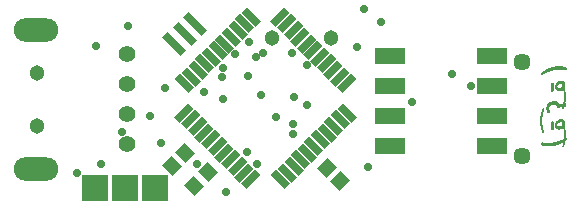
<source format=gbs>
G04 Layer_Color=16711935*
%FSLAX44Y44*%
%MOMM*%
G71*
G01*
G75*
%ADD47R,2.2032X2.2032*%
%ADD53C,1.4531*%
%ADD54C,1.0033*%
%ADD55C,1.3033*%
%ADD56O,3.7592X1.9812*%
%ADD57C,1.4034*%
%ADD58C,1.3032*%
%ADD59C,0.7032*%
G04:AMPARAMS|DCode=60|XSize=0.6032mm|YSize=2.2032mm|CornerRadius=0mm|HoleSize=0mm|Usage=FLASHONLY|Rotation=225.000|XOffset=0mm|YOffset=0mm|HoleType=Round|Shape=Rectangle|*
%AMROTATEDRECTD60*
4,1,4,-0.5657,0.9922,0.9922,-0.5657,0.5657,-0.9922,-0.9922,0.5657,-0.5657,0.9922,0.0*
%
%ADD60ROTATEDRECTD60*%

G04:AMPARAMS|DCode=61|XSize=1.1532mm|YSize=1.2032mm|CornerRadius=0mm|HoleSize=0mm|Usage=FLASHONLY|Rotation=135.000|XOffset=0mm|YOffset=0mm|HoleType=Round|Shape=Rectangle|*
%AMROTATEDRECTD61*
4,1,4,0.8331,0.0177,-0.0177,-0.8331,-0.8331,-0.0177,0.0177,0.8331,0.8331,0.0177,0.0*
%
%ADD61ROTATEDRECTD61*%

G04:AMPARAMS|DCode=62|XSize=0.7112mm|YSize=1.6764mm|CornerRadius=0mm|HoleSize=0mm|Usage=FLASHONLY|Rotation=225.000|XOffset=0mm|YOffset=0mm|HoleType=Round|Shape=Rectangle|*
%AMROTATEDRECTD62*
4,1,4,-0.3412,0.8441,0.8441,-0.3412,0.3412,-0.8441,-0.8441,0.3412,-0.3412,0.8441,0.0*
%
%ADD62ROTATEDRECTD62*%

G04:AMPARAMS|DCode=63|XSize=0.7112mm|YSize=1.6764mm|CornerRadius=0mm|HoleSize=0mm|Usage=FLASHONLY|Rotation=135.000|XOffset=0mm|YOffset=0mm|HoleType=Round|Shape=Rectangle|*
%AMROTATEDRECTD63*
4,1,4,0.8441,0.3412,-0.3412,-0.8441,-0.8441,-0.3412,0.3412,0.8441,0.8441,0.3412,0.0*
%
%ADD63ROTATEDRECTD63*%

G04:AMPARAMS|DCode=64|XSize=1.1532mm|YSize=1.2032mm|CornerRadius=0mm|HoleSize=0mm|Usage=FLASHONLY|Rotation=45.000|XOffset=0mm|YOffset=0mm|HoleType=Round|Shape=Rectangle|*
%AMROTATEDRECTD64*
4,1,4,0.0177,-0.8331,-0.8331,0.0177,-0.0177,0.8331,0.8331,-0.0177,0.0177,-0.8331,0.0*
%
%ADD64ROTATEDRECTD64*%

%ADD65R,2.6432X1.3332*%
G36*
X679245Y465494D02*
X679304Y465465D01*
X679333Y465435D01*
X679392Y465377D01*
X679450Y465289D01*
Y465201D01*
Y465172D01*
Y458524D01*
X679421Y458348D01*
X679362Y458231D01*
X679275Y458143D01*
X679245Y458114D01*
X679070Y458026D01*
X678923Y457938D01*
X678806Y457909D01*
X678747Y457879D01*
X678542Y457821D01*
X678396Y457791D01*
X678279Y457762D01*
X678220D01*
X678045Y457733D01*
X677693D01*
X677576Y457762D01*
X677517Y457791D01*
X677488D01*
X677430Y457879D01*
X677400Y457967D01*
Y458055D01*
Y458084D01*
Y464732D01*
X677430Y464879D01*
X677517Y465025D01*
X677576Y465084D01*
X677605Y465113D01*
X677752Y465201D01*
X677927Y465289D01*
X678045Y465318D01*
X678074Y465347D01*
X678279Y465406D01*
X678425Y465435D01*
X678542Y465465D01*
X678601D01*
X678777Y465494D01*
X678894Y465523D01*
X679128D01*
X679245Y465494D01*
D02*
G37*
G36*
X671455Y476886D02*
X671572Y476857D01*
X671601Y476828D01*
X671660Y476740D01*
Y476623D01*
Y476535D01*
X671631Y476505D01*
X671309Y475539D01*
X671045Y474602D01*
X670811Y473723D01*
X670694Y473313D01*
X670606Y472933D01*
X670547Y472581D01*
X670459Y472259D01*
X670401Y471966D01*
X670371Y471732D01*
X670342Y471556D01*
X670313Y471410D01*
X670284Y471322D01*
Y471292D01*
X670137Y470326D01*
X670020Y469389D01*
X669932Y468510D01*
X669903Y468100D01*
X669874Y467719D01*
X669844Y467368D01*
Y467075D01*
Y466782D01*
X669815Y466548D01*
Y466372D01*
Y466226D01*
Y466138D01*
Y466109D01*
X669844Y465142D01*
X669903Y464235D01*
X669961Y463385D01*
X670020Y463004D01*
X670049Y462624D01*
X670108Y462302D01*
X670137Y462009D01*
X670166Y461745D01*
X670225Y461511D01*
X670254Y461335D01*
Y461218D01*
X670284Y461130D01*
Y461101D01*
X670459Y460193D01*
X670664Y459344D01*
X670899Y458553D01*
X671104Y457850D01*
X671221Y457528D01*
X671309Y457264D01*
X671396Y457001D01*
X671455Y456796D01*
X671514Y456649D01*
X671572Y456532D01*
X671601Y456444D01*
Y456415D01*
X671660Y456239D01*
Y456122D01*
Y456034D01*
X671631Y456005D01*
X671484Y455917D01*
X671279Y455829D01*
X671104Y455771D01*
X671074Y455742D01*
X671045D01*
X670811Y455712D01*
X670518D01*
X670401Y455742D01*
X670313Y455800D01*
X670284Y455829D01*
X670254Y455859D01*
X669903Y456708D01*
X669581Y457557D01*
X669317Y458377D01*
X669083Y459109D01*
X668995Y459461D01*
X668907Y459754D01*
X668849Y460017D01*
X668790Y460252D01*
X668732Y460427D01*
X668702Y460574D01*
X668673Y460662D01*
Y460691D01*
X668497Y461657D01*
X668351Y462594D01*
X668263Y463502D01*
X668204Y463912D01*
X668175Y464322D01*
Y464674D01*
X668146Y464996D01*
Y465289D01*
X668116Y465523D01*
Y465728D01*
Y465874D01*
Y465962D01*
Y465992D01*
Y466519D01*
X668146Y466987D01*
X668175Y467456D01*
X668204Y467866D01*
X668234Y468217D01*
X668263Y468481D01*
X668292Y468657D01*
Y468715D01*
X668351Y469213D01*
X668409Y469682D01*
X668497Y470121D01*
X668556Y470502D01*
X668644Y470853D01*
X668673Y471087D01*
X668732Y471263D01*
Y471322D01*
X668849Y471790D01*
X668936Y472259D01*
X669054Y472698D01*
X669171Y473108D01*
X669259Y473430D01*
X669346Y473665D01*
X669376Y473840D01*
X669405Y473899D01*
X669698Y474865D01*
X669844Y475305D01*
X669991Y475685D01*
X670108Y476007D01*
X670196Y476271D01*
X670254Y476447D01*
X670284Y476505D01*
X670342Y476564D01*
X670401Y476623D01*
X670459Y476681D01*
X670489D01*
X670635Y476769D01*
X670811Y476828D01*
X670957Y476886D01*
X671016D01*
X671279Y476915D01*
X671455Y476886D01*
D02*
G37*
G36*
X686567Y467222D02*
X686918Y467163D01*
X687065Y467134D01*
X687182Y467104D01*
X687240Y467075D01*
X687270D01*
X687650Y466899D01*
X687972Y466724D01*
X688090Y466636D01*
X688177Y466548D01*
X688236Y466519D01*
X688265Y466489D01*
X688412Y466343D01*
X688558Y466167D01*
X688792Y465816D01*
X688851Y465640D01*
X688910Y465523D01*
X688968Y465435D01*
Y465406D01*
X689056Y465142D01*
X689144Y464850D01*
X689202Y464557D01*
X689232Y464293D01*
X689261Y464030D01*
Y463854D01*
Y463737D01*
Y463678D01*
Y463297D01*
X689232Y462975D01*
X689173Y462653D01*
X689144Y462389D01*
X689085Y462155D01*
X689027Y462009D01*
X688997Y461892D01*
Y461862D01*
X688819Y461378D01*
X688997Y460808D01*
X689085Y460369D01*
X689202Y459988D01*
X689261Y459666D01*
X689320Y459402D01*
X689378Y459226D01*
Y459197D01*
Y459168D01*
X689583Y458231D01*
X689642Y457791D01*
X689700Y457382D01*
X689759Y457059D01*
X689788Y456796D01*
X689818Y456620D01*
Y456591D01*
Y456562D01*
X689935Y455595D01*
X689964Y455156D01*
Y454775D01*
X689993Y454424D01*
Y454160D01*
Y453984D01*
Y453955D01*
Y453926D01*
Y453428D01*
X689964Y452930D01*
X689935Y452491D01*
Y452081D01*
X689915Y451866D01*
X689993Y451905D01*
X690052Y451934D01*
X690140D01*
X690228Y451905D01*
X690315Y451876D01*
X690345Y451817D01*
X690374Y451788D01*
X690433Y451671D01*
X690462Y451524D01*
X690491Y451436D01*
Y451378D01*
X690520Y451143D01*
X690550Y450938D01*
Y450763D01*
Y450704D01*
Y450675D01*
Y450382D01*
Y450177D01*
X690520Y450031D01*
Y449972D01*
X690491Y449796D01*
X690462Y449650D01*
X690433Y449562D01*
Y449533D01*
X690403Y449416D01*
X690374Y449328D01*
X690345Y449269D01*
X690315Y449240D01*
X690198Y449123D01*
X690169Y449094D01*
X690140D01*
X689437Y448625D01*
X689320Y448156D01*
X689232Y447688D01*
X689115Y447248D01*
X688997Y446868D01*
X688910Y446546D01*
X688822Y446282D01*
X688792Y446136D01*
X688763Y446106D01*
Y446077D01*
X688617Y445608D01*
X688441Y445169D01*
X688295Y444730D01*
X688148Y444349D01*
X688031Y444056D01*
X687943Y443793D01*
X687885Y443646D01*
X687855Y443588D01*
X687797Y443529D01*
X687767Y443500D01*
X687650Y443441D01*
X687621Y443412D01*
X687592D01*
X687445Y443353D01*
X687387D01*
X687299Y443324D01*
X686918D01*
X686801Y443353D01*
X686742Y443383D01*
X686713D01*
X686537Y443441D01*
X686508Y443471D01*
X686479D01*
X686420Y443588D01*
Y443617D01*
Y443646D01*
X686450Y443734D01*
X686479Y443793D01*
X686508Y443851D01*
Y443881D01*
X686830Y444788D01*
X687094Y445696D01*
X687299Y446516D01*
X687504Y447278D01*
X687539Y447486D01*
X687328Y447366D01*
X687065Y447219D01*
X686830Y447102D01*
X686625Y446985D01*
X686420Y446897D01*
X686303Y446809D01*
X686186Y446780D01*
X686127Y446721D01*
X686098D01*
X685395Y446399D01*
X684692Y446106D01*
X684077Y445872D01*
X683492Y445638D01*
X683023Y445491D01*
X682818Y445404D01*
X682672Y445345D01*
X682525Y445316D01*
X682437Y445286D01*
X682379Y445257D01*
X682349D01*
X681676Y445052D01*
X681061Y444906D01*
X680475Y444759D01*
X679977Y444642D01*
X679538Y444583D01*
X679362Y444525D01*
X679216D01*
X679099Y444496D01*
X679011Y444466D01*
X678923D01*
X678308Y444408D01*
X677752Y444349D01*
X677225Y444320D01*
X676756Y444291D01*
X676346Y444261D01*
X675145D01*
X674530Y444291D01*
X673974Y444349D01*
X673505Y444378D01*
X673095Y444437D01*
X672773Y444466D01*
X672656D01*
X672568Y444496D01*
X672509D01*
X671953Y444613D01*
X671396Y444730D01*
X670899Y444847D01*
X670459Y444935D01*
X670108Y445052D01*
X669815Y445140D01*
X669639Y445169D01*
X669610Y445198D01*
X669581D01*
X669493Y445228D01*
X669464Y445257D01*
X669376Y445404D01*
X669346Y445462D01*
Y445491D01*
X669288Y445726D01*
X669259Y445813D01*
Y445843D01*
X669229Y446048D01*
Y446223D01*
Y446370D01*
Y446428D01*
Y446751D01*
X669259Y446985D01*
X669288Y447102D01*
Y447161D01*
X669346Y447336D01*
X669376Y447483D01*
X669434Y447541D01*
Y447571D01*
X669522Y447659D01*
X669581Y447688D01*
X669639Y447717D01*
X669991D01*
X670401Y447629D01*
X670781Y447541D01*
X670928Y447512D01*
X671045D01*
X671133Y447483D01*
X671162D01*
X671631Y447424D01*
X672011Y447366D01*
X672187D01*
X672304Y447336D01*
X672421D01*
X672890Y447307D01*
X673095Y447278D01*
X673300D01*
X673447Y447248D01*
X673681D01*
X674149Y447219D01*
X674852D01*
X676024Y447248D01*
X676580Y447307D01*
X677107Y447336D01*
X677547Y447395D01*
X677722D01*
X677898Y447424D01*
X678015D01*
X678103Y447453D01*
X678191D01*
X678865Y447541D01*
X679509Y447688D01*
X680153Y447805D01*
X680710Y447951D01*
X681178Y448069D01*
X681383Y448098D01*
X681559Y448156D01*
X681705Y448186D01*
X681793Y448215D01*
X681852Y448244D01*
X681881D01*
X682613Y448479D01*
X683316Y448713D01*
X683990Y448947D01*
X684575Y449181D01*
X685102Y449386D01*
X685307Y449445D01*
X685483Y449533D01*
X685630Y449591D01*
X685747Y449650D01*
X685805Y449679D01*
X685835D01*
X686596Y450031D01*
X687328Y450382D01*
X688002Y450763D01*
X688098Y450813D01*
X688177Y451583D01*
X688207Y451993D01*
X688236Y452344D01*
X688265Y452696D01*
Y453018D01*
X688295Y453281D01*
Y453516D01*
Y453691D01*
Y453838D01*
Y453926D01*
Y453955D01*
X688265Y454892D01*
X688236Y455829D01*
X688148Y456679D01*
X688119Y457089D01*
X688060Y457440D01*
X688031Y457791D01*
X687972Y458084D01*
X687943Y458348D01*
X687914Y458582D01*
X687885Y458787D01*
X687855Y458904D01*
X687826Y458992D01*
Y459021D01*
X687683Y459786D01*
X687680Y459783D01*
X687562Y459666D01*
X687445Y459578D01*
X687387Y459549D01*
X687357Y459519D01*
X686947Y459256D01*
X686567Y459080D01*
X686420Y458992D01*
X686303Y458934D01*
X686215Y458904D01*
X686186D01*
X685747Y458758D01*
X685337Y458670D01*
X685190Y458611D01*
X685073D01*
X684985Y458582D01*
X684956D01*
X684546Y458524D01*
X684165Y458494D01*
X683814D01*
X683404Y458524D01*
X683052Y458582D01*
X682906D01*
X682789Y458611D01*
X682730Y458641D01*
X682701D01*
X682320Y458787D01*
X682027Y458963D01*
X681910Y459051D01*
X681822Y459139D01*
X681764Y459168D01*
X681734Y459197D01*
X681442Y459549D01*
X681207Y459900D01*
X681149Y460076D01*
X681090Y460193D01*
X681032Y460281D01*
Y460310D01*
X680944Y460603D01*
X680885Y460896D01*
X680827Y461189D01*
X680797Y461482D01*
Y461716D01*
X680768Y461921D01*
Y462038D01*
Y462097D01*
Y462448D01*
X680797Y462741D01*
X680827Y463034D01*
X680885Y463297D01*
X680915Y463473D01*
X680944Y463649D01*
X680973Y463737D01*
Y463766D01*
X681178Y464293D01*
X681266Y464527D01*
X681383Y464703D01*
X681442Y464879D01*
X681529Y464996D01*
X681559Y465055D01*
X681588Y465084D01*
X681881Y465494D01*
X682174Y465816D01*
X682320Y465933D01*
X682408Y466021D01*
X682467Y466050D01*
X682496Y466079D01*
X682906Y466343D01*
X683257Y466548D01*
X683404Y466636D01*
X683521Y466694D01*
X683609Y466724D01*
X683638D01*
X684107Y466899D01*
X684487Y467017D01*
X684663Y467046D01*
X684780Y467075D01*
X684868Y467104D01*
X684897D01*
X685366Y467192D01*
X685600Y467222D01*
X685776D01*
X685952Y467251D01*
X686186D01*
X686567Y467222D01*
D02*
G37*
G36*
Y499817D02*
X686918Y499759D01*
X687065Y499729D01*
X687182Y499700D01*
X687240Y499671D01*
X687270D01*
X687650Y499495D01*
X687972Y499319D01*
X688090Y499231D01*
X688177Y499144D01*
X688236Y499114D01*
X688265Y499085D01*
X688412Y498939D01*
X688558Y498763D01*
X688792Y498411D01*
X688851Y498236D01*
X688910Y498119D01*
X688968Y498031D01*
Y498002D01*
X689056Y497738D01*
X689144Y497445D01*
X689202Y497152D01*
X689232Y496889D01*
X689261Y496625D01*
Y496449D01*
Y496332D01*
Y496274D01*
Y495893D01*
X689232Y495571D01*
X689173Y495249D01*
X689144Y494985D01*
X689085Y494751D01*
X689027Y494604D01*
X688997Y494487D01*
Y494458D01*
X688819Y493974D01*
X688997Y493404D01*
X689085Y492964D01*
X689202Y492584D01*
X689261Y492261D01*
X689320Y491998D01*
X689378Y491822D01*
Y491793D01*
Y491763D01*
X689583Y490826D01*
X689642Y490387D01*
X689700Y489977D01*
X689759Y489655D01*
X689788Y489391D01*
X689818Y489216D01*
Y489186D01*
Y489157D01*
X689935Y488191D01*
X689964Y487751D01*
Y487371D01*
X689993Y487019D01*
Y486756D01*
Y486580D01*
Y486551D01*
Y486521D01*
Y486023D01*
X689964Y485526D01*
X689935Y485086D01*
Y484676D01*
X689905Y484354D01*
X689876Y484090D01*
X689847Y483915D01*
Y483885D01*
Y483856D01*
X689788Y483358D01*
X689730Y482890D01*
X689642Y482421D01*
X689583Y482040D01*
X689525Y481689D01*
X689495Y481455D01*
X689437Y481279D01*
Y481250D01*
Y481221D01*
X689320Y480752D01*
X689318Y480742D01*
X689788Y480840D01*
X689876D01*
X689935Y480811D01*
X690052Y480723D01*
X690110Y480635D01*
X690140Y480576D01*
X690198Y480430D01*
X690228Y480283D01*
X690257Y479873D01*
X690286Y479698D01*
Y479551D01*
Y479434D01*
Y479405D01*
Y479112D01*
X690257Y478878D01*
X690228Y478731D01*
Y478673D01*
X690198Y478468D01*
X690169Y478321D01*
X690140Y478204D01*
Y478175D01*
X690081Y478058D01*
X690052Y477970D01*
X690023Y477940D01*
X689993Y477911D01*
X689935Y477853D01*
X689847Y477823D01*
X689788D01*
X688364Y477535D01*
X688295Y477325D01*
X688148Y476945D01*
X688031Y476652D01*
X687943Y476388D01*
X687885Y476242D01*
X687855Y476183D01*
X687797Y476125D01*
X687767Y476095D01*
X687650Y476037D01*
X687621Y476007D01*
X687592D01*
X687445Y475949D01*
X687387D01*
X687299Y475920D01*
X686918D01*
X686801Y475949D01*
X686742Y475978D01*
X686713D01*
X686537Y476037D01*
X686508Y476066D01*
X686479D01*
X686420Y476183D01*
Y476213D01*
Y476242D01*
X686450Y476330D01*
X686479Y476388D01*
X686508Y476447D01*
Y476476D01*
X686769Y477212D01*
X682847Y476418D01*
X682642Y476388D01*
X682467D01*
X682349Y476418D01*
X682320Y476447D01*
X682262Y476505D01*
X682232Y476593D01*
X682174Y476798D01*
X682144Y476974D01*
Y477033D01*
Y477062D01*
Y477501D01*
X682115Y477940D01*
X682027Y478292D01*
X681881Y478585D01*
X681734Y478848D01*
X681588Y479024D01*
X681442Y479170D01*
X681354Y479229D01*
X681324Y479258D01*
X681002Y479434D01*
X680622Y479522D01*
X680212Y479551D01*
X679480D01*
X679187Y479493D01*
X679070D01*
X678982Y479463D01*
X678923D01*
X678367Y479317D01*
X677898Y479141D01*
X677488Y478965D01*
X677166Y478760D01*
X676932Y478585D01*
X676756Y478438D01*
X676639Y478321D01*
X676609Y478292D01*
X676375Y477970D01*
X676199Y477589D01*
X676053Y477238D01*
X675965Y476915D01*
X675907Y476593D01*
X675877Y476359D01*
Y476213D01*
Y476183D01*
Y476154D01*
X675907Y475744D01*
X675965Y475422D01*
Y475275D01*
X675994Y475187D01*
X676024Y475129D01*
Y475100D01*
X676170Y474777D01*
X676287Y474514D01*
X676375Y474338D01*
X676404Y474309D01*
Y474280D01*
X676551Y474045D01*
X676668Y473870D01*
X676756Y473753D01*
X676785Y473723D01*
X676902Y473577D01*
X676932Y473460D01*
X676961Y473372D01*
Y473343D01*
X676932Y473225D01*
X676902Y473196D01*
Y473167D01*
X676873Y473108D01*
X676814Y473050D01*
X676756Y473020D01*
X676727Y472991D01*
X676609Y472933D01*
X676522Y472903D01*
X676404Y472874D01*
X676375Y472845D01*
X676170Y472786D01*
X675965Y472728D01*
X675789Y472698D01*
X675731D01*
X675497Y472669D01*
X675321Y472640D01*
X675204Y472610D01*
X675174D01*
X675028Y472581D01*
X674823D01*
X674647Y472610D01*
X674589Y472640D01*
X674559D01*
X674413Y472698D01*
X674384Y472757D01*
X674354D01*
X674237Y472903D01*
X674149Y473079D01*
X674062Y473225D01*
X674032Y473284D01*
X673915Y473548D01*
X673798Y473811D01*
X673739Y474016D01*
X673710Y474045D01*
Y474075D01*
X673622Y474426D01*
X673564Y474748D01*
X673534Y474865D01*
Y474982D01*
X673505Y475041D01*
Y475070D01*
X673447Y475451D01*
X673417Y475802D01*
Y475949D01*
Y476066D01*
Y476125D01*
Y476154D01*
Y476593D01*
X673476Y477003D01*
X673505Y477384D01*
X673564Y477706D01*
X673622Y477999D01*
X673652Y478204D01*
X673710Y478321D01*
Y478380D01*
X673827Y478760D01*
X673974Y479112D01*
X674149Y479434D01*
X674296Y479727D01*
X674442Y479932D01*
X674530Y480108D01*
X674618Y480225D01*
X674647Y480254D01*
X674911Y480547D01*
X675204Y480811D01*
X675467Y481074D01*
X675760Y481279D01*
X675994Y481426D01*
X676170Y481543D01*
X676287Y481631D01*
X676346Y481660D01*
X676756Y481865D01*
X677166Y482040D01*
X677576Y482187D01*
X677986Y482333D01*
X678308Y482421D01*
X678601Y482480D01*
X678777Y482538D01*
X678835D01*
X679245Y482597D01*
X679597Y482655D01*
X679948Y482685D01*
X680827D01*
X681178Y482655D01*
X681471Y482597D01*
X681764Y482538D01*
X682027Y482450D01*
X682203Y482392D01*
X682379Y482333D01*
X682467Y482304D01*
X682496Y482275D01*
X682994Y481982D01*
X683199Y481806D01*
X683375Y481660D01*
X683521Y481513D01*
X683638Y481396D01*
X683697Y481308D01*
X683726Y481279D01*
X683902Y481045D01*
X684048Y480781D01*
X684253Y480283D01*
X684341Y480049D01*
X684400Y479873D01*
X684429Y479756D01*
Y479727D01*
X687611Y480388D01*
X687650Y480518D01*
X687709Y480781D01*
X687738Y481016D01*
X687767Y481191D01*
X687797Y481338D01*
X687826Y481426D01*
Y481455D01*
X687972Y482392D01*
X688090Y483329D01*
X688177Y484178D01*
X688207Y484588D01*
X688236Y484940D01*
X688265Y485291D01*
Y485613D01*
X688295Y485877D01*
Y486111D01*
Y486287D01*
Y486433D01*
Y486521D01*
Y486551D01*
X688265Y487488D01*
X688236Y488425D01*
X688148Y489274D01*
X688119Y489684D01*
X688060Y490036D01*
X688031Y490387D01*
X687972Y490680D01*
X687943Y490943D01*
X687914Y491178D01*
X687885Y491383D01*
X687855Y491500D01*
X687826Y491588D01*
Y491617D01*
X687683Y492381D01*
X687680Y492379D01*
X687562Y492261D01*
X687445Y492174D01*
X687387Y492144D01*
X687357Y492115D01*
X686947Y491851D01*
X686567Y491676D01*
X686420Y491588D01*
X686303Y491529D01*
X686215Y491500D01*
X686186D01*
X685747Y491353D01*
X685337Y491266D01*
X685190Y491207D01*
X685073D01*
X684985Y491178D01*
X684956D01*
X684546Y491119D01*
X684165Y491090D01*
X683814D01*
X683404Y491119D01*
X683052Y491178D01*
X682906D01*
X682789Y491207D01*
X682730Y491236D01*
X682701D01*
X682320Y491383D01*
X682027Y491558D01*
X681910Y491646D01*
X681822Y491734D01*
X681764Y491763D01*
X681734Y491793D01*
X681442Y492144D01*
X681207Y492496D01*
X681149Y492671D01*
X681090Y492789D01*
X681032Y492876D01*
Y492906D01*
X680944Y493199D01*
X680885Y493491D01*
X680827Y493784D01*
X680797Y494077D01*
Y494311D01*
X680768Y494516D01*
Y494634D01*
Y494692D01*
Y495044D01*
X680797Y495336D01*
X680827Y495629D01*
X680885Y495893D01*
X680915Y496069D01*
X680944Y496244D01*
X680973Y496332D01*
Y496361D01*
X681178Y496889D01*
X681266Y497123D01*
X681383Y497299D01*
X681442Y497474D01*
X681529Y497592D01*
X681559Y497650D01*
X681588Y497679D01*
X681881Y498089D01*
X682174Y498411D01*
X682320Y498529D01*
X682408Y498616D01*
X682467Y498646D01*
X682496Y498675D01*
X682906Y498939D01*
X683257Y499144D01*
X683404Y499231D01*
X683521Y499290D01*
X683609Y499319D01*
X683638D01*
X684107Y499495D01*
X684487Y499612D01*
X684663Y499641D01*
X684780Y499671D01*
X684868Y499700D01*
X684897D01*
X685366Y499788D01*
X685600Y499817D01*
X685776D01*
X685952Y499846D01*
X686186D01*
X686567Y499817D01*
D02*
G37*
G36*
X685220Y512147D02*
X685776Y512088D01*
X686274Y512059D01*
X686684Y512000D01*
X687006Y511942D01*
X687123D01*
X687211Y511912D01*
X687270D01*
X687855Y511795D01*
X688382Y511707D01*
X688880Y511590D01*
X689320Y511473D01*
X689671Y511385D01*
X689964Y511297D01*
X690140Y511268D01*
X690169Y511239D01*
X690198D01*
X690315Y511180D01*
X690345Y511151D01*
Y511122D01*
X690374Y511063D01*
X690403Y511004D01*
X690433Y510946D01*
Y510917D01*
X690462Y510799D01*
X690491Y510682D01*
X690520Y510565D01*
Y510536D01*
X690550Y510360D01*
Y510185D01*
Y510067D01*
Y510038D01*
Y510009D01*
Y509687D01*
X690520Y509452D01*
X690491Y509306D01*
Y509247D01*
X690462Y509072D01*
X690403Y508955D01*
X690374Y508867D01*
X690345Y508837D01*
X690286Y508779D01*
X690198Y508720D01*
X690140Y508691D01*
X689905D01*
X689818Y508720D01*
X689788D01*
X689378Y508808D01*
X688997Y508867D01*
X688851Y508896D01*
X688734Y508925D01*
X688617D01*
X688148Y509013D01*
X687767Y509072D01*
X687592D01*
X687475Y509101D01*
X687357D01*
X686889Y509130D01*
X686655Y509160D01*
X686479D01*
X686303Y509189D01*
X686069D01*
X685630Y509218D01*
X685249Y509247D01*
X684897D01*
X683726Y509218D01*
X683170Y509160D01*
X682642Y509130D01*
X682203Y509072D01*
X682027Y509042D01*
X681852Y509013D01*
X681734D01*
X681647Y508984D01*
X681559D01*
X680885Y508867D01*
X680241Y508750D01*
X679626Y508603D01*
X679070Y508486D01*
X678572Y508369D01*
X678367Y508310D01*
X678191Y508252D01*
X678074Y508222D01*
X677957Y508193D01*
X677898Y508164D01*
X677869D01*
X677137Y507959D01*
X676434Y507724D01*
X675789Y507490D01*
X675174Y507256D01*
X674677Y507051D01*
X674472Y506963D01*
X674296Y506875D01*
X674149Y506817D01*
X674032Y506758D01*
X673974Y506729D01*
X673944D01*
X673212Y506377D01*
X672480Y506026D01*
X671806Y505675D01*
X671191Y505352D01*
X670928Y505206D01*
X670664Y505059D01*
X670459Y504942D01*
X670284Y504825D01*
X670137Y504737D01*
X670020Y504679D01*
X669961Y504649D01*
X669932Y504620D01*
X669815Y504562D01*
X669727Y504532D01*
X669639D01*
X669551Y504562D01*
X669493Y504620D01*
X669464Y504649D01*
X669434Y504679D01*
X669376Y504796D01*
X669317Y504942D01*
X669288Y505059D01*
Y505089D01*
X669259Y505294D01*
X669229Y505528D01*
Y505704D01*
Y505733D01*
Y505762D01*
Y506055D01*
X669259Y506260D01*
Y506377D01*
Y506436D01*
X669288Y506641D01*
X669317Y506787D01*
X669346Y506875D01*
Y506904D01*
X669405Y507022D01*
X669434Y507109D01*
X669493Y507139D01*
Y507168D01*
X669610Y507314D01*
X669639Y507373D01*
X669669D01*
X670430Y507871D01*
X671162Y508310D01*
X671836Y508691D01*
X672451Y509042D01*
X672714Y509160D01*
X672949Y509306D01*
X673154Y509394D01*
X673329Y509482D01*
X673476Y509570D01*
X673564Y509628D01*
X673622Y509657D01*
X673652D01*
X674354Y509980D01*
X675057Y510302D01*
X675672Y510536D01*
X676229Y510770D01*
X676697Y510917D01*
X676902Y511004D01*
X677049Y511063D01*
X677195Y511092D01*
X677283Y511122D01*
X677342Y511151D01*
X677371D01*
X678045Y511356D01*
X678689Y511502D01*
X679275Y511649D01*
X679772Y511766D01*
X680212Y511825D01*
X680387Y511883D01*
X680534D01*
X680651Y511912D01*
X680768Y511942D01*
X680827D01*
X681442Y512030D01*
X681998Y512088D01*
X682525Y512117D01*
X683023Y512147D01*
X683404Y512176D01*
X684605D01*
X685220Y512147D01*
D02*
G37*
G36*
X679245Y498089D02*
X679304Y498060D01*
X679333Y498031D01*
X679392Y497972D01*
X679450Y497884D01*
Y497797D01*
Y497767D01*
Y491119D01*
X679421Y490943D01*
X679362Y490826D01*
X679275Y490738D01*
X679245Y490709D01*
X679070Y490621D01*
X678923Y490533D01*
X678806Y490504D01*
X678747Y490475D01*
X678542Y490416D01*
X678396Y490387D01*
X678279Y490358D01*
X678220D01*
X678045Y490328D01*
X677693D01*
X677576Y490358D01*
X677517Y490387D01*
X677488D01*
X677430Y490475D01*
X677400Y490563D01*
Y490651D01*
Y490680D01*
Y497328D01*
X677430Y497474D01*
X677517Y497621D01*
X677576Y497679D01*
X677605Y497709D01*
X677752Y497797D01*
X677927Y497884D01*
X678045Y497914D01*
X678074Y497943D01*
X678279Y498002D01*
X678425Y498031D01*
X678542Y498060D01*
X678601D01*
X678777Y498089D01*
X678894Y498119D01*
X679128D01*
X679245Y498089D01*
D02*
G37*
%LPC*%
G36*
X686157Y464527D02*
X685747D01*
X685542Y464498D01*
X685395Y464469D01*
X685337D01*
X685073Y464440D01*
X684868Y464381D01*
X684692Y464352D01*
X684663Y464322D01*
X684634D01*
X684370Y464235D01*
X684165Y464147D01*
X683990Y464088D01*
X683960Y464059D01*
X683931D01*
X683697Y463942D01*
X683492Y463825D01*
X683375Y463707D01*
X683316Y463678D01*
X683140Y463502D01*
X683023Y463327D01*
X682935Y463180D01*
X682906Y463151D01*
Y463122D01*
X682818Y462887D01*
X682789Y462653D01*
X682759Y462477D01*
Y462419D01*
Y462389D01*
X682789Y462155D01*
X682818Y461979D01*
X682847Y461833D01*
Y461804D01*
X682935Y461657D01*
X683023Y461540D01*
X683082Y461482D01*
X683111Y461452D01*
X683257Y461364D01*
X683375Y461306D01*
X683492Y461247D01*
X683521D01*
X683697Y461218D01*
X684195D01*
X684400Y461247D01*
X684575D01*
X684839Y461277D01*
X685073Y461306D01*
X685220Y461364D01*
X685278D01*
X685542Y461452D01*
X685776Y461540D01*
X685952Y461599D01*
X685981Y461628D01*
X686010D01*
X686245Y461745D01*
X686450Y461862D01*
X686567Y461979D01*
X686625Y462009D01*
X686830Y462184D01*
X686977Y462389D01*
X686996Y462415D01*
X686977Y462477D01*
X686889Y462799D01*
X686801Y463092D01*
X686713Y463356D01*
X686625Y463590D01*
X686567Y463766D01*
X686508Y463883D01*
X686479Y463971D01*
Y464000D01*
X686420Y464117D01*
Y464176D01*
X686479Y464322D01*
X686508Y464352D01*
X686606Y464391D01*
X686508Y464440D01*
X686479D01*
X686303Y464498D01*
X686157Y464527D01*
D02*
G37*
G36*
Y497123D02*
X685747D01*
X685542Y497094D01*
X685395Y497064D01*
X685337D01*
X685073Y497035D01*
X684868Y496977D01*
X684692Y496947D01*
X684663Y496918D01*
X684634D01*
X684370Y496830D01*
X684165Y496742D01*
X683990Y496684D01*
X683960Y496654D01*
X683931D01*
X683697Y496537D01*
X683492Y496420D01*
X683375Y496303D01*
X683316Y496274D01*
X683140Y496098D01*
X683023Y495922D01*
X682935Y495776D01*
X682906Y495746D01*
Y495717D01*
X682818Y495483D01*
X682789Y495249D01*
X682759Y495073D01*
Y495014D01*
Y494985D01*
X682789Y494751D01*
X682818Y494575D01*
X682847Y494429D01*
Y494399D01*
X682935Y494253D01*
X683023Y494136D01*
X683082Y494077D01*
X683111Y494048D01*
X683257Y493960D01*
X683375Y493901D01*
X683492Y493843D01*
X683521D01*
X683697Y493814D01*
X684195D01*
X684400Y493843D01*
X684575D01*
X684839Y493872D01*
X685073Y493901D01*
X685220Y493960D01*
X685278D01*
X685542Y494048D01*
X685776Y494136D01*
X685952Y494194D01*
X685981Y494224D01*
X686010D01*
X686245Y494341D01*
X686450Y494458D01*
X686567Y494575D01*
X686625Y494604D01*
X686830Y494780D01*
X686977Y494985D01*
X686996Y495010D01*
X686977Y495073D01*
X686889Y495395D01*
X686801Y495688D01*
X686713Y495951D01*
X686625Y496186D01*
X686567Y496361D01*
X686508Y496479D01*
X686479Y496566D01*
Y496596D01*
X686420Y496713D01*
Y496771D01*
X686479Y496918D01*
X686508Y496947D01*
X686606Y496986D01*
X686508Y497035D01*
X686479D01*
X686303Y497094D01*
X686157Y497123D01*
D02*
G37*
%LPD*%
D47*
X290830Y408940D02*
D03*
X316230D02*
D03*
X341630D02*
D03*
D53*
X652971Y515882D02*
D03*
Y435882D02*
D03*
D54*
X233319Y542371D02*
D03*
X237320D02*
D03*
X249319D02*
D03*
X245321D02*
D03*
X233319Y425369D02*
D03*
X237320D02*
D03*
X249319D02*
D03*
X245321D02*
D03*
D55*
X242019Y461371D02*
D03*
Y506369D02*
D03*
D56*
X241320Y425369D02*
D03*
Y542371D02*
D03*
D57*
X318531Y522280D02*
D03*
Y496880D02*
D03*
Y471480D02*
D03*
Y446080D02*
D03*
D58*
X490690Y535880D02*
D03*
X440690D02*
D03*
D59*
X319532Y545846D02*
D03*
X433324Y523494D02*
D03*
X458216D02*
D03*
X522478Y426466D02*
D03*
X276098Y421894D02*
D03*
X350901Y493903D02*
D03*
X533146Y549656D02*
D03*
X593852Y505353D02*
D03*
X377698Y429006D02*
D03*
X428244D02*
D03*
X346920Y447040D02*
D03*
X399796Y484378D02*
D03*
X337566Y470154D02*
D03*
X314072Y456820D02*
D03*
X420878Y504190D02*
D03*
X427228Y519938D02*
D03*
X459556Y486349D02*
D03*
X431800Y487934D02*
D03*
X383540Y490474D02*
D03*
X399796Y510794D02*
D03*
X419608Y439674D02*
D03*
X296418Y429260D02*
D03*
X409702Y522732D02*
D03*
X421894Y532638D02*
D03*
X518668Y560832D02*
D03*
X458684Y462954D02*
D03*
X458470Y454938D02*
D03*
X513080Y528320D02*
D03*
X292354Y529082D02*
D03*
X444880Y468924D02*
D03*
X470662Y479298D02*
D03*
X470408Y512826D02*
D03*
X398673Y502813D02*
D03*
X609331Y495300D02*
D03*
X559506Y481444D02*
D03*
X402413Y405238D02*
D03*
D60*
X375515Y548235D02*
D03*
X367030Y539750D02*
D03*
X358545Y531265D02*
D03*
D61*
X487427Y426027D02*
D03*
X498741Y414713D02*
D03*
D62*
X448003Y416351D02*
D03*
X453570Y421919D02*
D03*
X459318Y427666D02*
D03*
X464885Y433234D02*
D03*
X470633Y438982D02*
D03*
X476201Y444549D02*
D03*
X481768Y450117D02*
D03*
X487516Y455864D02*
D03*
X493084Y461432D02*
D03*
X498831Y467180D02*
D03*
X504399Y472747D02*
D03*
X423217Y553929D02*
D03*
X417650Y548361D02*
D03*
X411902Y542614D02*
D03*
X406334Y537046D02*
D03*
X400587Y531298D02*
D03*
X395019Y525731D02*
D03*
X389452Y520163D02*
D03*
X383704Y514416D02*
D03*
X378136Y508848D02*
D03*
X372389Y503100D02*
D03*
X366821Y497533D02*
D03*
D63*
X504399D02*
D03*
X498831Y503100D02*
D03*
X493084Y508848D02*
D03*
X487516Y514416D02*
D03*
X481768Y520163D02*
D03*
X476201Y525731D02*
D03*
X470633Y531298D02*
D03*
X464885Y537046D02*
D03*
X459318Y542614D02*
D03*
X453570Y548361D02*
D03*
X448003Y553929D02*
D03*
X366821Y472747D02*
D03*
X372389Y467180D02*
D03*
X378136Y461432D02*
D03*
X383704Y455864D02*
D03*
X389452Y450117D02*
D03*
X395019Y444549D02*
D03*
X400587Y438982D02*
D03*
X406334Y433234D02*
D03*
X411902Y427666D02*
D03*
X417650Y421919D02*
D03*
X423217Y416351D02*
D03*
D64*
X356293Y427578D02*
D03*
X367607Y438891D02*
D03*
X386657Y422217D02*
D03*
X375343Y410903D02*
D03*
D65*
X541200Y520700D02*
D03*
Y495300D02*
D03*
Y469900D02*
D03*
Y444500D02*
D03*
X627200D02*
D03*
Y469900D02*
D03*
Y520700D02*
D03*
Y495300D02*
D03*
M02*

</source>
